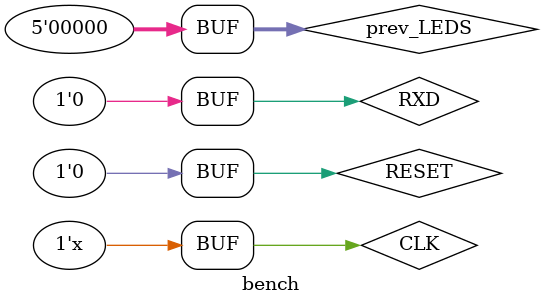
<source format=v>
module bench();
   reg CLK;
   wire RESET = 0; 
   wire [4:0] LEDS;
   reg  RXD = 1'b0;
   wire TXD;

    SOC dut(
        .CLK(CLK),
        .RESET(RESET),
        .LEDS(LEDS),
        .RXD(RXD),
        .TXD(TXD)
    );

    reg[4:0] prev_LEDS = 0;

    always
	    #1 CLK = ~CLK;

    initial begin
        CLK = 0;
        $monitor("LEDS = %b", LEDS);
    end
endmodule
</source>
